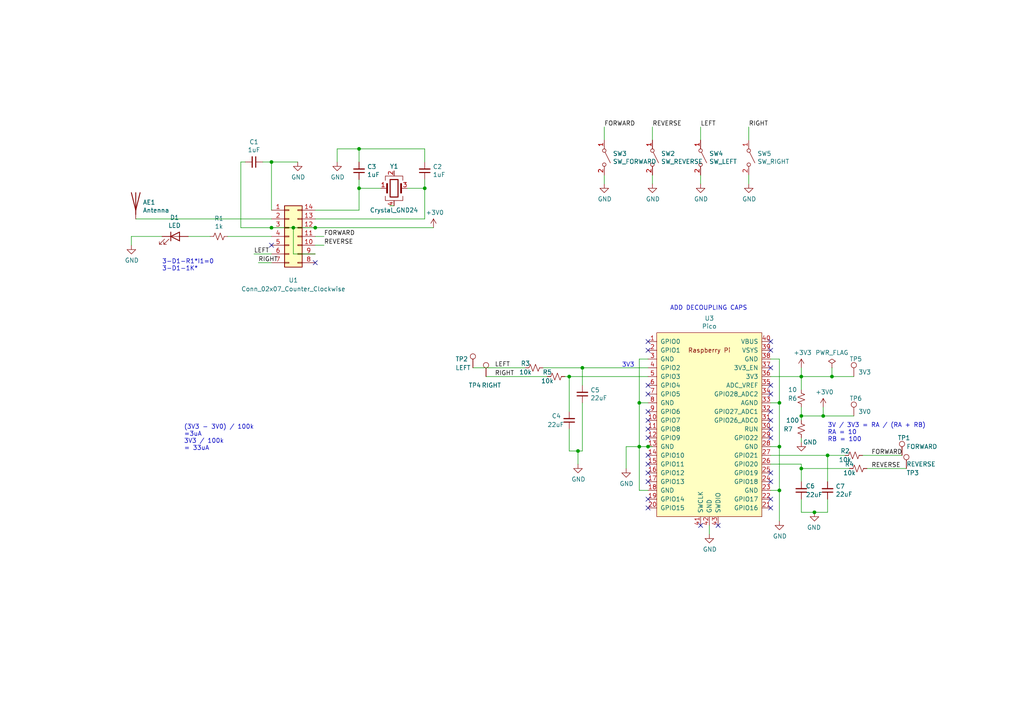
<source format=kicad_sch>
(kicad_sch (version 20211123) (generator eeschema)
  (paper "A4")
  (lib_symbols
    (symbol "Connector:TestPoint" (pin_numbers hide) (pin_names (offset 0.762) hide)
      (property "Reference" "TP" (at 0 6.858 0))
      (property "Value" "TestPoint" (at 0 5.08 0))
      (symbol "TestPoint_0_1"
        (circle (center 0 3.302) (radius 0.762))
      )
      (symbol "TestPoint_1_1"
        (pin passive line (at 0 0 90) (length 2.54) (name "1") (number "1"))
      )
    )
    (symbol "Connector_Generic:Conn_02x07_Counter_Clockwise" (pin_names (offset 1.016) hide)
      (property "Reference" "J" (at 1.27 10.16 0))
      (property "Value" "Conn_02x07_Counter_Clockwise" (at 1.27 -10.16 0))
      (symbol "Conn_02x07_Counter_Clockwise_1_1"
        (rectangle (start -1.27 -7.493) (end 0 -7.747) (stroke (width 0.1524)))
        (rectangle (start -1.27 -4.953) (end 0 -5.207) (stroke (width 0.1524)))
        (rectangle (start -1.27 -2.413) (end 0 -2.667) (stroke (width 0.1524)))
        (rectangle (start -1.27 0.127) (end 0 -0.127) (stroke (width 0.1524)))
        (rectangle (start -1.27 2.667) (end 0 2.413) (stroke (width 0.1524)))
        (rectangle (start -1.27 5.207) (end 0 4.953) (stroke (width 0.1524)))
        (rectangle (start -1.27 7.747) (end 0 7.493) (stroke (width 0.1524)))
        (rectangle (start -1.27 8.89) (end 3.81 -8.89) (stroke (width 0.254)) (fill (type background)))
        (rectangle (start 3.81 -7.493) (end 2.54 -7.747) (stroke (width 0.1524)))
        (rectangle (start 3.81 -4.953) (end 2.54 -5.207) (stroke (width 0.1524)))
        (rectangle (start 3.81 -2.413) (end 2.54 -2.667) (stroke (width 0.1524)))
        (rectangle (start 3.81 0.127) (end 2.54 -0.127) (stroke (width 0.1524)))
        (rectangle (start 3.81 2.667) (end 2.54 2.413) (stroke (width 0.1524)))
        (rectangle (start 3.81 5.207) (end 2.54 4.953) (stroke (width 0.1524)))
        (rectangle (start 3.81 7.747) (end 2.54 7.493) (stroke (width 0.1524)))
        (pin passive line (at -5.08 7.62 0) (length 3.81) (name "Pin_1") (number "1"))
        (pin passive line (at 7.62 -2.54 180) (length 3.81) (name "Pin_10") (number "10"))
        (pin passive line (at 7.62 0 180) (length 3.81) (name "Pin_11") (number "11"))
        (pin passive line (at 7.62 2.54 180) (length 3.81) (name "Pin_12") (number "12"))
        (pin passive line (at 7.62 5.08 180) (length 3.81) (name "Pin_13") (number "13"))
        (pin passive line (at 7.62 7.62 180) (length 3.81) (name "Pin_14") (number "14"))
        (pin passive line (at -5.08 5.08 0) (length 3.81) (name "Pin_2") (number "2"))
        (pin passive line (at -5.08 2.54 0) (length 3.81) (name "Pin_3") (number "3"))
        (pin passive line (at -5.08 0 0) (length 3.81) (name "Pin_4") (number "4"))
        (pin passive line (at -5.08 -2.54 0) (length 3.81) (name "Pin_5") (number "5"))
        (pin passive line (at -5.08 -5.08 0) (length 3.81) (name "Pin_6") (number "6"))
        (pin passive line (at -5.08 -7.62 0) (length 3.81) (name "Pin_7") (number "7"))
        (pin passive line (at 7.62 -7.62 180) (length 3.81) (name "Pin_8") (number "8"))
        (pin passive line (at 7.62 -5.08 180) (length 3.81) (name "Pin_9") (number "9"))
      )
    )
    (symbol "Device:Antenna" (pin_numbers hide) (pin_names (offset 1.016) hide)
      (property "Reference" "AE" (at -1.905 1.905 0))
      (property "Value" "Antenna" (at -1.905 0 0))
      (symbol "Antenna_0_1"
        (polyline (pts (xy 0 2.54) (xy 0 -3.81)) (stroke (width 0.254)))
        (polyline (pts (xy 1.27 2.54) (xy 0 -2.54) (xy -1.27 2.54)) (stroke (width 0.254)))
      )
      (symbol "Antenna_1_1"
        (pin input line (at 0 -5.08 90) (length 2.54) (name "A") (number "1"))
      )
    )
    (symbol "Device:C_Small" (pin_numbers hide) (pin_names (offset 0.254) hide)
      (property "Reference" "C" (at 0.254 1.778 0))
      (property "Value" "C_Small" (at 0.254 -2.032 0))
      (symbol "C_Small_0_1"
        (polyline (pts (xy -1.524 -0.508) (xy 1.524 -0.508)) (stroke (width 0.3302)))
        (polyline (pts (xy -1.524 0.508) (xy 1.524 0.508)) (stroke (width 0.3048)))
      )
      (symbol "C_Small_1_1"
        (pin passive line (at 0 2.54 270) (length 2.032) (name "~") (number "1"))
        (pin passive line (at 0 -2.54 90) (length 2.032) (name "~") (number "2"))
      )
    )
    (symbol "Device:Crystal_GND24" (pin_names (offset 1.016) hide)
      (property "Reference" "Y" (at 3.175 5.08 0))
      (property "Value" "Crystal_GND24" (at 3.175 3.175 0))
      (symbol "Crystal_GND24_0_1"
        (rectangle (start -1.143 2.54) (end 1.143 -2.54) (stroke (width 0.3048)))
        (polyline (pts (xy -2.54 0) (xy -2.032 0)))
        (polyline (pts (xy -2.032 -1.27) (xy -2.032 1.27)) (stroke (width 0.508)))
        (polyline (pts (xy 0 -3.81) (xy 0 -3.556)))
        (polyline (pts (xy 0 3.556) (xy 0 3.81)))
        (polyline (pts (xy 2.032 -1.27) (xy 2.032 1.27)) (stroke (width 0.508)))
        (polyline (pts (xy 2.032 0) (xy 2.54 0)))
        (polyline (pts (xy -2.54 -2.286) (xy -2.54 -3.556) (xy 2.54 -3.556) (xy 2.54 -2.286)))
        (polyline (pts (xy -2.54 2.286) (xy -2.54 3.556) (xy 2.54 3.556) (xy 2.54 2.286)))
      )
      (symbol "Crystal_GND24_1_1"
        (pin passive line (at -3.81 0 0) (length 1.27) (name "1") (number "1"))
        (pin passive line (at 0 5.08 270) (length 1.27) (name "2") (number "2"))
        (pin passive line (at 3.81 0 180) (length 1.27) (name "3") (number "3"))
        (pin passive line (at 0 -5.08 90) (length 1.27) (name "4") (number "4"))
      )
    )
    (symbol "Device:LED" (pin_numbers hide) (pin_names (offset 1.016) hide)
      (property "Reference" "D" (at 0 2.54 0))
      (property "Value" "LED" (at 0 -2.54 0))
      (symbol "LED_0_1"
        (polyline (pts (xy -1.27 -1.27) (xy -1.27 1.27)) (stroke (width 0.254)))
        (polyline (pts (xy -1.27 0) (xy 1.27 0)))
        (polyline (pts (xy 1.27 -1.27) (xy 1.27 1.27) (xy -1.27 0) (xy 1.27 -1.27)) (stroke (width 0.254)))
        (polyline (pts (xy -3.048 -0.762) (xy -4.572 -2.286) (xy -3.81 -2.286) (xy -4.572 -2.286) (xy -4.572 -1.524)))
        (polyline (pts (xy -1.778 -0.762) (xy -3.302 -2.286) (xy -2.54 -2.286) (xy -3.302 -2.286) (xy -3.302 -1.524)))
      )
      (symbol "LED_1_1"
        (pin passive line (at -3.81 0 0) (length 2.54) (name "K") (number "1"))
        (pin passive line (at 3.81 0 180) (length 2.54) (name "A") (number "2"))
      )
    )
    (symbol "Device:R_Small_US" (pin_numbers hide) (pin_names (offset 0.254) hide)
      (property "Reference" "R" (at 0.762 0.508 0))
      (property "Value" "R_Small_US" (at 0.762 -1.016 0))
      (symbol "R_Small_US_1_1"
        (polyline (pts (xy 0 0) (xy 1.016 -0.381) (xy 0 -0.762) (xy -1.016 -1.143) (xy 0 -1.524)))
        (polyline (pts (xy 0 1.524) (xy 1.016 1.143) (xy 0 0.762) (xy -1.016 0.381) (xy 0 0)))
        (pin passive line (at 0 2.54 270) (length 1.016) (name "~") (number "1"))
        (pin passive line (at 0 -2.54 90) (length 1.016) (name "~") (number "2"))
      )
    )
    (symbol "RC-CAR-rescue:Pico-MCU_RaspberryPi_and_Boards" (pin_names (offset 1.016))
      (property "Reference" "U" (at -13.97 27.94 0))
      (property "Value" "Pico-MCU_RaspberryPi_and_Boards" (at 0 19.05 0))
      (symbol "Pico-MCU_RaspberryPi_and_Boards_0_0"
        (text "Raspberry Pi" (at 0 21.59 0) (effects (font (size 1.27 1.27))))
      )
      (symbol "Pico-MCU_RaspberryPi_and_Boards_0_1"
        (rectangle (start -15.24 26.67) (end 15.24 -26.67) (fill (type background)))
      )
      (symbol "Pico-MCU_RaspberryPi_and_Boards_1_1"
        (pin bidirectional line (at -17.78 24.13 0) (length 2.54) (name "GPIO0") (number "1"))
        (pin bidirectional line (at -17.78 1.27 0) (length 2.54) (name "GPIO7") (number "10"))
        (pin bidirectional line (at -17.78 -1.27 0) (length 2.54) (name "GPIO8") (number "11"))
        (pin bidirectional line (at -17.78 -3.81 0) (length 2.54) (name "GPIO9") (number "12"))
        (pin power_in line (at -17.78 -6.35 0) (length 2.54) (name "GND") (number "13"))
        (pin bidirectional line (at -17.78 -8.89 0) (length 2.54) (name "GPIO10") (number "14"))
        (pin bidirectional line (at -17.78 -11.43 0) (length 2.54) (name "GPIO11") (number "15"))
        (pin bidirectional line (at -17.78 -13.97 0) (length 2.54) (name "GPIO12") (number "16"))
        (pin bidirectional line (at -17.78 -16.51 0) (length 2.54) (name "GPIO13") (number "17"))
        (pin power_in line (at -17.78 -19.05 0) (length 2.54) (name "GND") (number "18"))
        (pin bidirectional line (at -17.78 -21.59 0) (length 2.54) (name "GPIO14") (number "19"))
        (pin bidirectional line (at -17.78 21.59 0) (length 2.54) (name "GPIO1") (number "2"))
        (pin bidirectional line (at -17.78 -24.13 0) (length 2.54) (name "GPIO15") (number "20"))
        (pin bidirectional line (at 17.78 -24.13 180) (length 2.54) (name "GPIO16") (number "21"))
        (pin bidirectional line (at 17.78 -21.59 180) (length 2.54) (name "GPIO17") (number "22"))
        (pin power_in line (at 17.78 -19.05 180) (length 2.54) (name "GND") (number "23"))
        (pin bidirectional line (at 17.78 -16.51 180) (length 2.54) (name "GPIO18") (number "24"))
        (pin bidirectional line (at 17.78 -13.97 180) (length 2.54) (name "GPIO19") (number "25"))
        (pin bidirectional line (at 17.78 -11.43 180) (length 2.54) (name "GPIO20") (number "26"))
        (pin bidirectional line (at 17.78 -8.89 180) (length 2.54) (name "GPIO21") (number "27"))
        (pin power_in line (at 17.78 -6.35 180) (length 2.54) (name "GND") (number "28"))
        (pin bidirectional line (at 17.78 -3.81 180) (length 2.54) (name "GPIO22") (number "29"))
        (pin power_in line (at -17.78 19.05 0) (length 2.54) (name "GND") (number "3"))
        (pin input line (at 17.78 -1.27 180) (length 2.54) (name "RUN") (number "30"))
        (pin bidirectional line (at 17.78 1.27 180) (length 2.54) (name "GPIO26_ADC0") (number "31"))
        (pin bidirectional line (at 17.78 3.81 180) (length 2.54) (name "GPIO27_ADC1") (number "32"))
        (pin power_in line (at 17.78 6.35 180) (length 2.54) (name "AGND") (number "33"))
        (pin bidirectional line (at 17.78 8.89 180) (length 2.54) (name "GPIO28_ADC2") (number "34"))
        (pin unspecified line (at 17.78 11.43 180) (length 2.54) (name "ADC_VREF") (number "35"))
        (pin unspecified line (at 17.78 13.97 180) (length 2.54) (name "3V3") (number "36"))
        (pin input line (at 17.78 16.51 180) (length 2.54) (name "3V3_EN") (number "37"))
        (pin bidirectional line (at 17.78 19.05 180) (length 2.54) (name "GND") (number "38"))
        (pin unspecified line (at 17.78 21.59 180) (length 2.54) (name "VSYS") (number "39"))
        (pin bidirectional line (at -17.78 16.51 0) (length 2.54) (name "GPIO2") (number "4"))
        (pin unspecified line (at 17.78 24.13 180) (length 2.54) (name "VBUS") (number "40"))
        (pin input line (at -2.54 -29.21 90) (length 2.54) (name "SWCLK") (number "41"))
        (pin power_in line (at 0 -29.21 90) (length 2.54) (name "GND") (number "42"))
        (pin bidirectional line (at 2.54 -29.21 90) (length 2.54) (name "SWDIO") (number "43"))
        (pin bidirectional line (at -17.78 13.97 0) (length 2.54) (name "GPIO3") (number "5"))
        (pin bidirectional line (at -17.78 11.43 0) (length 2.54) (name "GPIO4") (number "6"))
        (pin bidirectional line (at -17.78 8.89 0) (length 2.54) (name "GPIO5") (number "7"))
        (pin power_in line (at -17.78 6.35 0) (length 2.54) (name "GND") (number "8"))
        (pin bidirectional line (at -17.78 3.81 0) (length 2.54) (name "GPIO6") (number "9"))
      )
    )
    (symbol "Switch:SW_SPST" (pin_names (offset 0) hide)
      (property "Reference" "SW" (at 0 3.175 0))
      (property "Value" "SW_SPST" (at 0 -2.54 0))
      (symbol "SW_SPST_0_0"
        (circle (center -2.032 0) (radius 0.508))
        (polyline (pts (xy -1.524 0.254) (xy 1.524 1.778)))
        (circle (center 2.032 0) (radius 0.508))
      )
      (symbol "SW_SPST_1_1"
        (pin passive line (at -5.08 0 0) (length 2.54) (name "A") (number "1"))
        (pin passive line (at 5.08 0 180) (length 2.54) (name "B") (number "2"))
      )
    )
    (symbol "power:+3.3V" (power) (pin_names (offset 0))
      (property "Value" "+3.3V" (at 0 3.556 0))
      (symbol "+3.3V_0_1"
        (polyline (pts (xy -0.762 1.27) (xy 0 2.54)))
        (polyline (pts (xy 0 0) (xy 0 2.54)))
        (polyline (pts (xy 0 2.54) (xy 0.762 1.27)))
      )
      (symbol "+3.3V_1_1"
        (pin power_in line (at 0 0 90) (length 0) hide (name "+3V3") (number "1"))
      )
    )
    (symbol "power:+3V0" (power) (pin_names (offset 0))
      (property "Value" "+3V0" (at 0 3.556 0))
      (symbol "+3V0_0_1"
        (polyline (pts (xy -0.762 1.27) (xy 0 2.54)))
        (polyline (pts (xy 0 0) (xy 0 2.54)))
        (polyline (pts (xy 0 2.54) (xy 0.762 1.27)))
      )
      (symbol "+3V0_1_1"
        (pin power_in line (at 0 0 90) (length 0) hide (name "+3V0") (number "1"))
      )
    )
    (symbol "power:GND" (power) (pin_names (offset 0))
      (property "Value" "GND" (at 0 -3.81 0))
      (symbol "GND_0_1"
        (polyline (pts (xy 0 0) (xy 0 -1.27) (xy 1.27 -1.27) (xy 0 -2.54) (xy -1.27 -1.27) (xy 0 -1.27)))
      )
      (symbol "GND_1_1"
        (pin power_in line (at 0 0 270) (length 0) hide (name "GND") (number "1"))
      )
    )
    (symbol "power:PWR_FLAG" (power) (pin_numbers hide) (pin_names (offset 0) hide)
      (property "Value" "PWR_FLAG" (at 0 3.81 0))
      (symbol "PWR_FLAG_0_0"
        (pin power_out line (at 0 0 90) (length 0) (name "pwr") (number "1"))
      )
      (symbol "PWR_FLAG_0_1"
        (polyline (pts (xy 0 0) (xy 0 1.27) (xy -1.016 1.905) (xy 0 2.54) (xy 1.016 1.905) (xy 0 1.27)))
      )
    )
  )
  (junction (at 167.64 130.81))
  (junction (at 232.41 109.22))
  (junction (at 185.42 116.84))
  (junction (at 78.74 66.04))
  (junction (at 104.14 54.61))
  (junction (at 226.06 129.54))
  (junction (at 232.41 135.89))
  (junction (at 232.41 120.65))
  (junction (at 123.19 54.61))
  (junction (at 91.44 66.04))
  (junction (at 168.91 106.68))
  (junction (at 226.06 142.24))
  (junction (at 85.09 66.04))
  (junction (at 241.3 109.22))
  (junction (at 240.03 132.08))
  (junction (at 185.42 129.54))
  (junction (at 165.1 109.22))
  (junction (at 238.76 120.65))
  (junction (at 236.22 148.59))
  (junction (at 104.14 43.18))
  (junction (at 78.74 46.99))
  (junction (at 187.96 129.54))
  (junction (at 226.06 116.84))
  (no_connect (at 223.52 127))
  (no_connect (at 187.96 139.7))
  (no_connect (at 187.96 101.6))
  (no_connect (at 187.96 132.08))
  (no_connect (at 223.52 121.92))
  (no_connect (at 223.52 99.06))
  (no_connect (at 187.96 99.06))
  (no_connect (at 187.96 119.38))
  (no_connect (at 187.96 127))
  (no_connect (at 208.28 152.4))
  (no_connect (at 187.96 111.76))
  (no_connect (at 187.96 114.3))
  (no_connect (at 223.52 137.16))
  (no_connect (at 223.52 106.68))
  (no_connect (at 187.96 147.32))
  (no_connect (at 78.74 71.12))
  (no_connect (at 223.52 101.6))
  (no_connect (at 187.96 134.62))
  (no_connect (at 187.96 137.16))
  (no_connect (at 223.52 111.76))
  (no_connect (at 203.2 152.4))
  (no_connect (at 187.96 124.46))
  (no_connect (at 91.44 76.2))
  (no_connect (at 223.52 144.78))
  (no_connect (at 223.52 139.7))
  (no_connect (at 223.52 124.46))
  (no_connect (at 187.96 144.78))
  (no_connect (at 187.96 121.92))
  (no_connect (at 223.52 119.38))
  (no_connect (at 223.52 114.3))
  (no_connect (at 223.52 147.32))
  (wire (pts (xy 104.14 52.07) (xy 104.14 54.61)))
  (wire (pts (xy 69.85 66.04) (xy 69.85 46.99)))
  (wire (pts (xy 113.03 59.69) (xy 114.3 59.69)))
  (wire (pts (xy 140.97 109.22) (xy 158.75 109.22)))
  (wire (pts (xy 226.06 116.84) (xy 226.06 129.54)))
  (wire (pts (xy 223.52 104.14) (xy 226.06 104.14)))
  (wire (pts (xy 91.44 63.5) (xy 123.19 63.5)))
  (wire (pts (xy 187.96 116.84) (xy 185.42 116.84)))
  (wire (pts (xy 226.06 142.24) (xy 226.06 151.13)))
  (wire (pts (xy 76.2 46.99) (xy 78.74 46.99)))
  (wire (pts (xy 93.98 68.58) (xy 91.44 68.58)))
  (wire (pts (xy 168.91 111.76) (xy 168.91 106.68)))
  (wire (pts (xy 232.41 120.65) (xy 238.76 120.65)))
  (wire (pts (xy 232.41 134.62) (xy 223.52 134.62)))
  (wire (pts (xy 217.17 50.8) (xy 217.17 53.34)))
  (wire (pts (xy 250.19 132.08) (xy 261.62 132.08)))
  (wire (pts (xy 78.74 63.5) (xy 39.37 63.5)))
  (wire (pts (xy 86.36 46.99) (xy 78.74 46.99)))
  (wire (pts (xy 167.64 134.62) (xy 167.64 130.81)))
  (wire (pts (xy 226.06 104.14) (xy 226.06 116.84)))
  (wire (pts (xy 240.03 144.78) (xy 240.03 148.59)))
  (wire (pts (xy 46.99 68.58) (xy 38.1 68.58)))
  (wire (pts (xy 240.03 132.08) (xy 245.11 132.08)))
  (wire (pts (xy 217.17 36.83) (xy 217.17 40.64)))
  (wire (pts (xy 85.09 73.66) (xy 91.44 73.66)))
  (wire (pts (xy 78.74 66.04) (xy 85.09 66.04)))
  (wire (pts (xy 181.61 129.54) (xy 181.61 135.89)))
  (wire (pts (xy 232.41 135.89) (xy 246.38 135.89)))
  (wire (pts (xy 123.19 52.07) (xy 123.19 54.61)))
  (wire (pts (xy 236.22 148.59) (xy 232.41 148.59)))
  (wire (pts (xy 232.41 109.22) (xy 232.41 113.03)))
  (wire (pts (xy 232.41 144.78) (xy 232.41 148.59)))
  (wire (pts (xy 189.23 50.8) (xy 189.23 53.34)))
  (wire (pts (xy 232.41 128.27) (xy 232.41 127)))
  (wire (pts (xy 203.2 50.8) (xy 203.2 53.34)))
  (wire (pts (xy 185.42 129.54) (xy 181.61 129.54)))
  (wire (pts (xy 104.14 43.18) (xy 97.79 43.18)))
  (wire (pts (xy 165.1 109.22) (xy 163.83 109.22)))
  (wire (pts (xy 104.14 46.99) (xy 104.14 43.18)))
  (wire (pts (xy 187.96 129.54) (xy 185.42 129.54)))
  (wire (pts (xy 238.76 118.11) (xy 238.76 120.65)))
  (wire (pts (xy 223.52 129.54) (xy 226.06 129.54)))
  (wire (pts (xy 71.12 46.99) (xy 69.85 46.99)))
  (wire (pts (xy 175.26 36.83) (xy 175.26 40.64)))
  (wire (pts (xy 247.65 109.22) (xy 241.3 109.22)))
  (wire (pts (xy 104.14 60.96) (xy 91.44 60.96)))
  (wire (pts (xy 205.74 152.4) (xy 205.74 154.94)))
  (wire (pts (xy 66.04 68.58) (xy 78.74 68.58)))
  (wire (pts (xy 175.26 50.8) (xy 175.26 53.34)))
  (wire (pts (xy 232.41 135.89) (xy 232.41 134.62)))
  (wire (pts (xy 247.65 120.65) (xy 238.76 120.65)))
  (wire (pts (xy 104.14 43.18) (xy 123.19 43.18)))
  (wire (pts (xy 232.41 109.22) (xy 223.52 109.22)))
  (wire (pts (xy 78.74 73.66) (xy 73.66 73.66)))
  (wire (pts (xy 78.74 46.99) (xy 78.74 60.96)))
  (wire (pts (xy 189.23 129.54) (xy 187.96 129.54)))
  (wire (pts (xy 60.96 68.58) (xy 54.61 68.58)))
  (wire (pts (xy 185.42 116.84) (xy 185.42 129.54)))
  (wire (pts (xy 223.52 132.08) (xy 240.03 132.08)))
  (wire (pts (xy 167.64 130.81) (xy 168.91 130.81)))
  (wire (pts (xy 123.19 46.99) (xy 123.19 43.18)))
  (wire (pts (xy 118.11 54.61) (xy 123.19 54.61)))
  (wire (pts (xy 97.79 43.18) (xy 97.79 46.99)))
  (wire (pts (xy 104.14 54.61) (xy 110.49 54.61)))
  (wire (pts (xy 85.09 66.04) (xy 91.44 66.04)))
  (wire (pts (xy 137.16 106.68) (xy 152.4 106.68)))
  (wire (pts (xy 232.41 120.65) (xy 232.41 121.92)))
  (wire (pts (xy 232.41 109.22) (xy 232.41 106.68)))
  (wire (pts (xy 157.48 106.68) (xy 168.91 106.68)))
  (wire (pts (xy 240.03 148.59) (xy 236.22 148.59)))
  (wire (pts (xy 251.46 135.89) (xy 262.89 135.89)))
  (wire (pts (xy 189.23 36.83) (xy 189.23 40.64)))
  (wire (pts (xy 38.1 68.58) (xy 38.1 71.12)))
  (wire (pts (xy 165.1 130.81) (xy 167.64 130.81)))
  (wire (pts (xy 85.09 73.66) (xy 85.09 66.04)))
  (wire (pts (xy 69.85 66.04) (xy 78.74 66.04)))
  (wire (pts (xy 78.74 76.2) (xy 74.93 76.2)))
  (wire (pts (xy 168.91 116.84) (xy 168.91 130.81)))
  (wire (pts (xy 232.41 118.11) (xy 232.41 120.65)))
  (wire (pts (xy 104.14 54.61) (xy 104.14 60.96)))
  (wire (pts (xy 203.2 36.83) (xy 203.2 40.64)))
  (wire (pts (xy 241.3 109.22) (xy 232.41 109.22)))
  (wire (pts (xy 91.44 66.04) (xy 125.73 66.04)))
  (wire (pts (xy 93.98 71.12) (xy 91.44 71.12)))
  (wire (pts (xy 168.91 106.68) (xy 187.96 106.68)))
  (wire (pts (xy 165.1 109.22) (xy 187.96 109.22)))
  (wire (pts (xy 240.03 132.08) (xy 240.03 139.7)))
  (wire (pts (xy 165.1 109.22) (xy 165.1 119.38)))
  (wire (pts (xy 187.96 104.14) (xy 185.42 104.14)))
  (wire (pts (xy 187.96 142.24) (xy 185.42 142.24)))
  (wire (pts (xy 185.42 142.24) (xy 185.42 129.54)))
  (wire (pts (xy 226.06 129.54) (xy 226.06 142.24)))
  (wire (pts (xy 223.52 142.24) (xy 226.06 142.24)))
  (wire (pts (xy 241.3 106.68) (xy 241.3 109.22)))
  (wire (pts (xy 165.1 124.46) (xy 165.1 130.81)))
  (wire (pts (xy 223.52 116.84) (xy 226.06 116.84)))
  (wire (pts (xy 232.41 135.89) (xy 232.41 139.7)))
  (wire (pts (xy 185.42 104.14) (xy 185.42 116.84)))
  (wire (pts (xy 123.19 54.61) (xy 123.19 63.5)))
  (text "3V / 3V3 = RA / (RA + RB)\nRA = 10\nRB = 100" (at 240.03 128.27 0) (effects (font (size 1.27 1.27)) (justify left bottom)))
  (text "3V3" (at 180.34 106.68 0) (effects (font (size 1.27 1.27)) (justify left bottom)))
  (text "ADD DECOUPLING CAPS" (at 194.31 90.17 0) (effects (font (size 1.27 1.27)) (justify left bottom)))
  (text "(3V3 - 3V0) / 100k\n=3uA\n3V3 / 100k\n= 33uA" (at 53.34 130.81 0) (effects (font (size 1.27 1.27)) (justify left bottom)))
  (text "3-D1-R1*I1=0\n3-D1-1K*" (at 46.99 78.74 0) (effects (font (size 1.27 1.27)) (justify left bottom)))
  (label "FORWARD" (at 175.26 36.83 0))
  (label "FORWARD" (at 93.98 68.58 0))
  (label "LEFT" (at 203.2 36.83 0))
  (label "RIGHT" (at 217.17 36.83 0))
  (label "LEFT" (at 143.51 106.68 0))
  (label "REVERSE" (at 189.23 36.83 0))
  (label "RIGHT" (at 143.51 109.22 0))
  (label "LEFT" (at 73.66 73.66 0))
  (label "REVERSE" (at 252.73 135.89 0))
  (label "FORWARD" (at 252.73 132.08 0))
  (label "REVERSE" (at 93.98 71.12 0))
  (label "RIGHT" (at 74.93 76.2 0))
  (symbol (lib_id "Device:LED") (at 50.8 68.58 0) (unit 1)
    (property "Reference" "D1" (at 50.6222 63.0936 0))
    (property "Value" "LED" (at 50.6222 65.405 0))
    (property "Footprint" "RC_CAR_Library:DS144_Luxeon_LED_SMD_1CAT" (effects hide))
  )
  (symbol (lib_id "Device:R_Small_US") (at 63.5 68.58 270) (unit 1)
    (property "Reference" "R1" (at 63.5 63.373 90))
    (property "Value" "1k" (at 63.5 65.6844 90))
    (property "Footprint" "Resistor_SMD:R_0603_1608Metric" (effects hide))
  )
  (symbol (lib_id "Device:C_Small") (at 73.66 46.99 270) (unit 1)
    (property "Reference" "C1" (at 73.66 41.1734 90))
    (property "Value" "1uF" (at 73.66 43.4848 90))
    (property "Footprint" "Capacitor_SMD:C_0603_1608Metric" (effects hide))
  )
  (symbol (lib_id "Device:C_Small") (at 104.14 49.53 180) (unit 1)
    (property "Reference" "C3" (at 106.4768 48.3616 0) (effects (justify right)))
    (property "Value" "1uF" (at 106.4768 50.673 0) (effects (justify right)))
    (property "Footprint" "Capacitor_SMD:C_0603_1608Metric" (effects hide))
  )
  (symbol (lib_id "Device:C_Small") (at 123.19 49.53 180) (unit 1)
    (property "Reference" "C2" (at 125.5268 48.3616 0) (effects (justify right)))
    (property "Value" "1uF" (at 125.5268 50.673 0) (effects (justify right)))
    (property "Footprint" "Capacitor_SMD:C_0603_1608Metric" (effects hide))
  )
  (symbol (lib_id "Device:Antenna") (at 39.37 58.42 0) (unit 1)
    (property "Reference" "AE1" (at 41.402 58.6994 0) (effects (justify left)))
    (property "Value" "Antenna" (at 41.402 61.0108 0) (effects (justify left)))
    (property "Footprint" "RF_Antenna:SZJJX_CAR_TX_2.4GHz_Left" (effects hide))
  )
  (symbol (lib_id "Connector_Generic:Conn_02x07_Counter_Clockwise") (at 83.82 68.58 0) (unit 1)
    (property "Reference" "U1" (at 85.09 81.28 0))
    (property "Value" "Conn_02x07_Counter_Clockwise" (at 85.09 83.82 0))
    (property "Footprint" "Package_SO:SOIC-14_3.9x8.7mm_P1.27mm" (effects hide))
  )
  (symbol (lib_id "power:GND") (at 97.79 46.99 0) (unit 1)
    (property "Reference" "#PWR0101" (effects hide))
    (property "Value" "GND" (at 97.917 51.3842 0))
  )
  (symbol (lib_id "power:GND") (at 38.1 71.12 0) (unit 1)
    (property "Reference" "#PWR0102" (effects hide))
    (property "Value" "GND" (at 38.227 75.5142 0))
  )
  (symbol (lib_id "power:GND") (at 86.36 46.99 0) (unit 1)
    (property "Reference" "#PWR0103" (effects hide))
    (property "Value" "GND" (at 86.487 51.3842 0))
  )
  (symbol (lib_id "power:+3V0") (at 125.73 66.04 0) (unit 1)
    (property "Reference" "#PWR0109" (effects hide))
    (property "Value" "+3V0" (at 126.111 61.6458 0))
  )
  (symbol (lib_id "Connector:TestPoint") (at 261.62 132.08 0) (unit 1)
    (property "Reference" "TP1" (at 260.35 127 0) (effects (justify left)))
    (property "Value" "FORWARD" (at 262.89 129.54 0) (effects (justify left)))
    (property "Footprint" "TestPoint:Test_Point_0805_2012Metric" (effects hide))
  )
  (symbol (lib_id "Connector:TestPoint") (at 262.89 135.89 0) (unit 1)
    (property "Reference" "TP3" (at 262.89 137.16 0) (effects (justify left)))
    (property "Value" "REVERSE" (at 262.89 134.62 0) (effects (justify left)))
    (property "Footprint" "TestPoint:Test_Point_0805_2012Metric" (effects hide))
  )
  (symbol (lib_id "Connector:TestPoint") (at 137.16 106.68 0) (unit 1)
    (property "Reference" "TP2" (at 132.08 104.14 0) (effects (justify left)))
    (property "Value" "LEFT" (at 132.08 106.68 0) (effects (justify left)))
    (property "Footprint" "TestPoint:Test_Point_0805_2012Metric" (effects hide))
  )
  (symbol (lib_id "Connector:TestPoint") (at 140.97 109.22 0) (unit 1)
    (property "Reference" "TP4" (at 135.89 111.76 0) (effects (justify left)))
    (property "Value" "RIGHT" (at 139.7 111.76 0) (effects (justify left)))
    (property "Footprint" "TestPoint:Test_Point_0805_2012Metric" (effects hide))
  )
  (symbol (lib_id "RC-CAR-rescue:Pico-MCU_RaspberryPi_and_Boards") (at 205.74 123.19 0) (unit 1)
    (property "Reference" "U3" (at 205.74 92.329 0))
    (property "Value" "Pico" (at 205.74 94.6404 0))
    (property "Footprint" "RC_CAR_Library:Pico_Pi_Connector" (effects hide))
  )
  (symbol (lib_id "power:GND") (at 181.61 135.89 0) (unit 1)
    (property "Reference" "#PWR0108" (effects hide))
    (property "Value" "GND" (at 181.737 140.2842 0))
  )
  (symbol (lib_id "Switch:SW_SPST") (at 175.26 45.72 270) (unit 1)
    (property "Reference" "SW3" (at 177.7492 44.5516 90) (effects (justify left)))
    (property "Value" "SW_FORWARD" (at 177.7492 46.863 90) (effects (justify left)))
    (property "Footprint" "RC CAR:RC TLS TacSwitch" (effects hide))
  )
  (symbol (lib_id "Device:R_Small_US") (at 247.65 132.08 270) (unit 1)
    (property "Reference" "R2" (at 245.11 130.81 90))
    (property "Value" "10k" (at 245.11 133.35 90))
    (property "Footprint" "Resistor_SMD:R_0603_1608Metric" (effects hide))
  )
  (symbol (lib_id "Switch:SW_SPST") (at 189.23 45.72 270) (unit 1)
    (property "Reference" "SW2" (at 191.7192 44.5516 90) (effects (justify left)))
    (property "Value" "SW_REVERSE" (at 191.7192 46.863 90) (effects (justify left)))
    (property "Footprint" "RC CAR:RC TLS TacSwitch" (effects hide))
  )
  (symbol (lib_id "Switch:SW_SPST") (at 203.2 45.72 270) (unit 1)
    (property "Reference" "SW4" (at 205.6892 44.5516 90) (effects (justify left)))
    (property "Value" "SW_LEFT" (at 205.6892 46.863 90) (effects (justify left)))
    (property "Footprint" "RC CAR:RC TLS TacSwitch" (effects hide))
  )
  (symbol (lib_id "Switch:SW_SPST") (at 217.17 45.72 270) (unit 1)
    (property "Reference" "SW5" (at 219.6592 44.5516 90) (effects (justify left)))
    (property "Value" "SW_RIGHT" (at 219.6592 46.863 90) (effects (justify left)))
    (property "Footprint" "RC CAR:RC TLS TacSwitch" (effects hide))
  )
  (symbol (lib_id "power:GND") (at 175.26 53.34 0) (unit 1)
    (property "Reference" "#PWR01" (effects hide))
    (property "Value" "GND" (at 175.387 57.7342 0))
  )
  (symbol (lib_id "power:GND") (at 189.23 53.34 0) (unit 1)
    (property "Reference" "#PWR02" (effects hide))
    (property "Value" "GND" (at 189.357 57.7342 0))
  )
  (symbol (lib_id "power:GND") (at 203.2 53.34 0) (unit 1)
    (property "Reference" "#PWR04" (effects hide))
    (property "Value" "GND" (at 203.327 57.7342 0))
  )
  (symbol (lib_id "power:GND") (at 217.17 53.34 0) (unit 1)
    (property "Reference" "#PWR05" (effects hide))
    (property "Value" "GND" (at 217.297 57.7342 0))
  )
  (symbol (lib_id "Device:R_Small_US") (at 248.92 135.89 270) (unit 1)
    (property "Reference" "R4" (at 246.38 134.62 90))
    (property "Value" "10k" (at 246.38 137.16 90))
    (property "Footprint" "Resistor_SMD:R_0603_1608Metric" (effects hide))
  )
  (symbol (lib_id "Device:R_Small_US") (at 154.94 106.68 270) (unit 1)
    (property "Reference" "R3" (at 152.4 105.41 90))
    (property "Value" "10k" (at 152.4 107.95 90))
    (property "Footprint" "Resistor_SMD:R_0603_1608Metric" (effects hide))
  )
  (symbol (lib_id "Device:R_Small_US") (at 161.29 109.22 270) (unit 1)
    (property "Reference" "R5" (at 158.75 107.95 90))
    (property "Value" "10k" (at 158.75 110.49 90))
    (property "Footprint" "Resistor_SMD:R_0603_1608Metric" (effects hide))
  )
  (symbol (lib_id "Device:C_Small") (at 168.91 114.3 180) (unit 1)
    (property "Reference" "C5" (at 171.2468 113.1316 0) (effects (justify right)))
    (property "Value" "22uF" (at 171.2468 115.443 0) (effects (justify right)))
    (property "Footprint" "Capacitor_SMD:C_0603_1608Metric" (effects hide))
  )
  (symbol (lib_id "Device:C_Small") (at 240.03 142.24 180) (unit 1)
    (property "Reference" "C7" (at 242.3668 141.0716 0) (effects (justify right)))
    (property "Value" "22uF" (at 242.3668 143.383 0) (effects (justify right)))
    (property "Footprint" "Capacitor_SMD:C_0603_1608Metric" (effects hide))
  )
  (symbol (lib_id "Device:C_Small") (at 232.41 142.24 180) (unit 1)
    (property "Reference" "C6" (at 233.68 140.97 0) (effects (justify right)))
    (property "Value" "22uF" (at 233.68 143.51 0) (effects (justify right)))
    (property "Footprint" "Capacitor_SMD:C_0603_1608Metric" (effects hide))
  )
  (symbol (lib_id "Device:C_Small") (at 165.1 121.92 180) (unit 1)
    (property "Reference" "C4" (at 160.02 120.65 0) (effects (justify right)))
    (property "Value" "22uF" (at 158.75 123.19 0) (effects (justify right)))
    (property "Footprint" "Capacitor_SMD:C_0603_1608Metric" (effects hide))
  )
  (symbol (lib_id "power:GND") (at 167.64 134.62 0) (unit 1)
    (property "Reference" "#PWR03" (effects hide))
    (property "Value" "GND" (at 167.767 139.0142 0))
  )
  (symbol (lib_id "power:+3.3V") (at 232.41 106.68 0) (unit 1)
    (property "Reference" "#PWR06" (effects hide))
    (property "Value" "+3.3V" (at 232.791 102.2858 0))
  )
  (symbol (lib_id "Device:R_Small_US") (at 232.41 115.57 180) (unit 1)
    (property "Reference" "R6" (at 229.87 115.57 0))
    (property "Value" "10" (at 229.87 113.03 0))
    (property "Footprint" "Resistor_SMD:R_0603_1608Metric" (effects hide))
  )
  (symbol (lib_id "Device:R_Small_US") (at 232.41 124.46 180) (unit 1)
    (property "Reference" "R7" (at 228.6 124.46 0))
    (property "Value" "100" (at 229.87 121.92 0))
    (property "Footprint" "Resistor_SMD:R_0603_1608Metric" (effects hide))
  )
  (symbol (lib_id "power:GND") (at 232.41 128.27 0) (unit 1)
    (property "Reference" "#PWR07" (effects hide))
    (property "Value" "GND" (at 234.95 128.27 0))
  )
  (symbol (lib_id "power:+3V0") (at 238.76 118.11 0) (unit 1)
    (property "Reference" "#PWR08" (effects hide))
    (property "Value" "+3V0" (at 239.141 113.7158 0))
  )
  (symbol (lib_id "power:GND") (at 226.06 151.13 0) (unit 1)
    (property "Reference" "#PWR0104" (effects hide))
    (property "Value" "GND" (at 226.187 155.5242 0))
  )
  (symbol (lib_id "power:GND") (at 205.74 154.94 0) (unit 1)
    (property "Reference" "#PWR0105" (effects hide))
    (property "Value" "GND" (at 205.867 159.3342 0))
  )
  (symbol (lib_id "power:PWR_FLAG") (at 241.3 106.68 0) (unit 1)
    (property "Reference" "#FLG0101" (effects hide))
    (property "Value" "PWR_FLAG" (at 241.3 102.2858 0))
  )
  (symbol (lib_id "Connector:TestPoint") (at 247.65 109.22 0) (unit 1)
    (property "Reference" "TP5" (at 246.38 104.14 0) (effects (justify left)))
    (property "Value" "3V3" (at 248.92 107.95 0) (effects (justify left)))
    (property "Footprint" "TestPoint:Test_Point_0805_2012Metric" (effects hide))
  )
  (symbol (lib_id "Connector:TestPoint") (at 247.65 120.65 0) (unit 1)
    (property "Reference" "TP6" (at 246.38 115.57 0) (effects (justify left)))
    (property "Value" "3V0" (at 248.92 119.38 0) (effects (justify left)))
    (property "Footprint" "TestPoint:Test_Point_0805_2012Metric" (effects hide))
  )
  (symbol (lib_id "Device:Crystal_GND24") (at 114.3 54.61 0) (unit 1)
    (property "Reference" "Y1" (at 114.3 48.26 0))
    (property "Value" "Crystal_GND24" (at 114.3 60.96 0))
    (property "Footprint" "Crystal:Crystal_SMD_SeikoEpson_FA238V-4Pin_3.2x2.5mm" (effects hide))
  )
  (symbol (lib_id "power:GND") (at 236.22 148.59 0) (mirror y) (unit 1)
    (property "Reference" "#PWR0106" (effects hide))
    (property "Value" "GND" (at 236.093 152.9842 0))
  )
)
</source>
